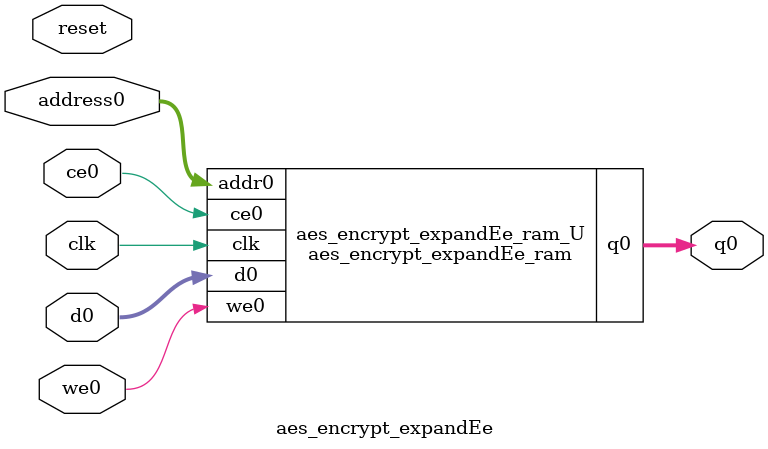
<source format=v>
`timescale 1 ns / 1 ps
module aes_encrypt_expandEe_ram (addr0, ce0, d0, we0, q0,  clk);

parameter DWIDTH = 8;
parameter AWIDTH = 8;
parameter MEM_SIZE = 176;

input[AWIDTH-1:0] addr0;
input ce0;
input[DWIDTH-1:0] d0;
input we0;
output reg[DWIDTH-1:0] q0;
input clk;

(* ram_style = "block" *)reg [DWIDTH-1:0] ram[0:MEM_SIZE-1];




always @(posedge clk)  
begin 
    if (ce0) begin
        if (we0) 
            ram[addr0] <= d0; 
        q0 <= ram[addr0];
    end
end


endmodule

`timescale 1 ns / 1 ps
module aes_encrypt_expandEe(
    reset,
    clk,
    address0,
    ce0,
    we0,
    d0,
    q0);

parameter DataWidth = 32'd8;
parameter AddressRange = 32'd176;
parameter AddressWidth = 32'd8;
input reset;
input clk;
input[AddressWidth - 1:0] address0;
input ce0;
input we0;
input[DataWidth - 1:0] d0;
output[DataWidth - 1:0] q0;



aes_encrypt_expandEe_ram aes_encrypt_expandEe_ram_U(
    .clk( clk ),
    .addr0( address0 ),
    .ce0( ce0 ),
    .we0( we0 ),
    .d0( d0 ),
    .q0( q0 ));

endmodule


</source>
